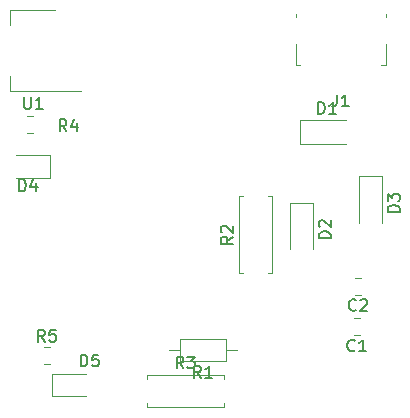
<source format=gbr>
G04 #@! TF.GenerationSoftware,KiCad,Pcbnew,(5.1.5)-3*
G04 #@! TF.CreationDate,2020-03-07T17:44:20+00:00*
G04 #@! TF.ProjectId,DigiSpark v3,44696769-5370-4617-926b-2076332e6b69,rev?*
G04 #@! TF.SameCoordinates,PX291b638PY79240f8*
G04 #@! TF.FileFunction,Legend,Top*
G04 #@! TF.FilePolarity,Positive*
%FSLAX46Y46*%
G04 Gerber Fmt 4.6, Leading zero omitted, Abs format (unit mm)*
G04 Created by KiCad (PCBNEW (5.1.5)-3) date 2020-03-07 17:44:20*
%MOMM*%
%LPD*%
G04 APERTURE LIST*
%ADD10C,0.120000*%
%ADD11C,0.150000*%
G04 APERTURE END LIST*
D10*
X42621200Y38210800D02*
X42621200Y37950800D01*
X42621200Y35670800D02*
X42621200Y33900800D01*
X42621200Y33900800D02*
X42241200Y33900800D01*
X35001200Y33900800D02*
X35001200Y35670800D01*
X35001200Y37950800D02*
X35001200Y38210800D01*
X35001200Y33900800D02*
X35381200Y33900800D01*
X40418652Y12419400D02*
X39896148Y12419400D01*
X40418652Y10999400D02*
X39896148Y10999400D01*
X40520252Y14428400D02*
X39997748Y14428400D01*
X40520252Y15848400D02*
X39997748Y15848400D01*
X35367400Y29168600D02*
X35367400Y27168600D01*
X35367400Y27168600D02*
X39267400Y27168600D01*
X35367400Y29168600D02*
X39267400Y29168600D01*
X36483800Y22189000D02*
X34483800Y22189000D01*
X34483800Y22189000D02*
X34483800Y18289000D01*
X36483800Y22189000D02*
X36483800Y18289000D01*
X42325800Y24424200D02*
X42325800Y20524200D01*
X40325800Y24424200D02*
X40325800Y20524200D01*
X42325800Y24424200D02*
X40325800Y24424200D01*
X11319000Y24313000D02*
X14179000Y24313000D01*
X14179000Y24313000D02*
X14179000Y26233000D01*
X14179000Y26233000D02*
X11319000Y26233000D01*
X14370600Y5796400D02*
X17230600Y5796400D01*
X14370600Y7716400D02*
X14370600Y5796400D01*
X17230600Y7716400D02*
X14370600Y7716400D01*
X29047200Y8833600D02*
X29047200Y10673600D01*
X29047200Y10673600D02*
X25207200Y10673600D01*
X25207200Y10673600D02*
X25207200Y8833600D01*
X25207200Y8833600D02*
X29047200Y8833600D01*
X29997200Y9753600D02*
X29047200Y9753600D01*
X24257200Y9753600D02*
X25207200Y9753600D01*
X30532200Y16211800D02*
X30202200Y16211800D01*
X30202200Y16211800D02*
X30202200Y22751800D01*
X30202200Y22751800D02*
X30532200Y22751800D01*
X32612200Y16211800D02*
X32942200Y16211800D01*
X32942200Y16211800D02*
X32942200Y22751800D01*
X32942200Y22751800D02*
X32612200Y22751800D01*
X28924000Y4878400D02*
X28924000Y5208400D01*
X22384000Y4878400D02*
X28924000Y4878400D01*
X22384000Y5208400D02*
X22384000Y4878400D01*
X28924000Y7618400D02*
X28924000Y7288400D01*
X22384000Y7618400D02*
X28924000Y7618400D01*
X22384000Y7288400D02*
X22384000Y7618400D01*
X12235548Y29539000D02*
X12758052Y29539000D01*
X12235548Y28119000D02*
X12758052Y28119000D01*
X13657948Y8535600D02*
X14180452Y8535600D01*
X13657948Y9955600D02*
X14180452Y9955600D01*
X10840800Y38512800D02*
X10840800Y37252800D01*
X10840800Y31692800D02*
X10840800Y32952800D01*
X14600800Y38512800D02*
X10840800Y38512800D01*
X16850800Y31692800D02*
X10840800Y31692800D01*
D11*
X38477866Y31358420D02*
X38477866Y30644134D01*
X38430247Y30501277D01*
X38335009Y30406039D01*
X38192152Y30358420D01*
X38096914Y30358420D01*
X39477866Y30358420D02*
X38906438Y30358420D01*
X39192152Y30358420D02*
X39192152Y31358420D01*
X39096914Y31215562D01*
X39001676Y31120324D01*
X38906438Y31072705D01*
X39990733Y9702258D02*
X39943114Y9654639D01*
X39800257Y9607020D01*
X39705019Y9607020D01*
X39562161Y9654639D01*
X39466923Y9749877D01*
X39419304Y9845115D01*
X39371685Y10035591D01*
X39371685Y10178448D01*
X39419304Y10368924D01*
X39466923Y10464162D01*
X39562161Y10559400D01*
X39705019Y10607020D01*
X39800257Y10607020D01*
X39943114Y10559400D01*
X39990733Y10511781D01*
X40943114Y9607020D02*
X40371685Y9607020D01*
X40657400Y9607020D02*
X40657400Y10607020D01*
X40562161Y10464162D01*
X40466923Y10368924D01*
X40371685Y10321305D01*
X40092333Y13131258D02*
X40044714Y13083639D01*
X39901857Y13036020D01*
X39806619Y13036020D01*
X39663761Y13083639D01*
X39568523Y13178877D01*
X39520904Y13274115D01*
X39473285Y13464591D01*
X39473285Y13607448D01*
X39520904Y13797924D01*
X39568523Y13893162D01*
X39663761Y13988400D01*
X39806619Y14036020D01*
X39901857Y14036020D01*
X40044714Y13988400D01*
X40092333Y13940781D01*
X40473285Y13940781D02*
X40520904Y13988400D01*
X40616142Y14036020D01*
X40854238Y14036020D01*
X40949476Y13988400D01*
X40997095Y13940781D01*
X41044714Y13845543D01*
X41044714Y13750305D01*
X40997095Y13607448D01*
X40425666Y13036020D01*
X41044714Y13036020D01*
X36879304Y29716220D02*
X36879304Y30716220D01*
X37117400Y30716220D01*
X37260257Y30668600D01*
X37355495Y30573362D01*
X37403114Y30478124D01*
X37450733Y30287648D01*
X37450733Y30144791D01*
X37403114Y29954315D01*
X37355495Y29859077D01*
X37260257Y29763839D01*
X37117400Y29716220D01*
X36879304Y29716220D01*
X38403114Y29716220D02*
X37831685Y29716220D01*
X38117400Y29716220D02*
X38117400Y30716220D01*
X38022161Y30573362D01*
X37926923Y30478124D01*
X37831685Y30430505D01*
X37936180Y19200905D02*
X36936180Y19200905D01*
X36936180Y19439000D01*
X36983800Y19581858D01*
X37079038Y19677096D01*
X37174276Y19724715D01*
X37364752Y19772334D01*
X37507609Y19772334D01*
X37698085Y19724715D01*
X37793323Y19677096D01*
X37888561Y19581858D01*
X37936180Y19439000D01*
X37936180Y19200905D01*
X37031419Y20153286D02*
X36983800Y20200905D01*
X36936180Y20296143D01*
X36936180Y20534239D01*
X36983800Y20629477D01*
X37031419Y20677096D01*
X37126657Y20724715D01*
X37221895Y20724715D01*
X37364752Y20677096D01*
X37936180Y20105667D01*
X37936180Y20724715D01*
X43778180Y21436105D02*
X42778180Y21436105D01*
X42778180Y21674200D01*
X42825800Y21817058D01*
X42921038Y21912296D01*
X43016276Y21959915D01*
X43206752Y22007534D01*
X43349609Y22007534D01*
X43540085Y21959915D01*
X43635323Y21912296D01*
X43730561Y21817058D01*
X43778180Y21674200D01*
X43778180Y21436105D01*
X42778180Y22340867D02*
X42778180Y22959915D01*
X43159133Y22626581D01*
X43159133Y22769439D01*
X43206752Y22864677D01*
X43254371Y22912296D01*
X43349609Y22959915D01*
X43587704Y22959915D01*
X43682942Y22912296D01*
X43730561Y22864677D01*
X43778180Y22769439D01*
X43778180Y22483724D01*
X43730561Y22388486D01*
X43682942Y22340867D01*
X11580904Y23170620D02*
X11580904Y24170620D01*
X11819000Y24170620D01*
X11961857Y24123000D01*
X12057095Y24027762D01*
X12104714Y23932524D01*
X12152333Y23742048D01*
X12152333Y23599191D01*
X12104714Y23408715D01*
X12057095Y23313477D01*
X11961857Y23218239D01*
X11819000Y23170620D01*
X11580904Y23170620D01*
X13009476Y23837286D02*
X13009476Y23170620D01*
X12771380Y24218239D02*
X12533285Y23503953D01*
X13152333Y23503953D01*
X16787904Y8336020D02*
X16787904Y9336020D01*
X17026000Y9336020D01*
X17168857Y9288400D01*
X17264095Y9193162D01*
X17311714Y9097924D01*
X17359333Y8907448D01*
X17359333Y8764591D01*
X17311714Y8574115D01*
X17264095Y8478877D01*
X17168857Y8383639D01*
X17026000Y8336020D01*
X16787904Y8336020D01*
X18264095Y9336020D02*
X17787904Y9336020D01*
X17740285Y8859829D01*
X17787904Y8907448D01*
X17883142Y8955067D01*
X18121238Y8955067D01*
X18216476Y8907448D01*
X18264095Y8859829D01*
X18311714Y8764591D01*
X18311714Y8526496D01*
X18264095Y8431258D01*
X18216476Y8383639D01*
X18121238Y8336020D01*
X17883142Y8336020D01*
X17787904Y8383639D01*
X17740285Y8431258D01*
X26960533Y7381220D02*
X26627200Y7857410D01*
X26389104Y7381220D02*
X26389104Y8381220D01*
X26770057Y8381220D01*
X26865295Y8333600D01*
X26912914Y8285981D01*
X26960533Y8190743D01*
X26960533Y8047886D01*
X26912914Y7952648D01*
X26865295Y7905029D01*
X26770057Y7857410D01*
X26389104Y7857410D01*
X27912914Y7381220D02*
X27341485Y7381220D01*
X27627200Y7381220D02*
X27627200Y8381220D01*
X27531961Y8238362D01*
X27436723Y8143124D01*
X27341485Y8095505D01*
X29654580Y19315134D02*
X29178390Y18981800D01*
X29654580Y18743705D02*
X28654580Y18743705D01*
X28654580Y19124658D01*
X28702200Y19219896D01*
X28749819Y19267515D01*
X28845057Y19315134D01*
X28987914Y19315134D01*
X29083152Y19267515D01*
X29130771Y19219896D01*
X29178390Y19124658D01*
X29178390Y18743705D01*
X28749819Y19696086D02*
X28702200Y19743705D01*
X28654580Y19838943D01*
X28654580Y20077039D01*
X28702200Y20172277D01*
X28749819Y20219896D01*
X28845057Y20267515D01*
X28940295Y20267515D01*
X29083152Y20219896D01*
X29654580Y19648467D01*
X29654580Y20267515D01*
X25487333Y8166020D02*
X25154000Y8642210D01*
X24915904Y8166020D02*
X24915904Y9166020D01*
X25296857Y9166020D01*
X25392095Y9118400D01*
X25439714Y9070781D01*
X25487333Y8975543D01*
X25487333Y8832686D01*
X25439714Y8737448D01*
X25392095Y8689829D01*
X25296857Y8642210D01*
X24915904Y8642210D01*
X25820666Y9166020D02*
X26439714Y9166020D01*
X26106380Y8785067D01*
X26249238Y8785067D01*
X26344476Y8737448D01*
X26392095Y8689829D01*
X26439714Y8594591D01*
X26439714Y8356496D01*
X26392095Y8261258D01*
X26344476Y8213639D01*
X26249238Y8166020D01*
X25963523Y8166020D01*
X25868285Y8213639D01*
X25820666Y8261258D01*
X15581333Y28249620D02*
X15248000Y28725810D01*
X15009904Y28249620D02*
X15009904Y29249620D01*
X15390857Y29249620D01*
X15486095Y29202000D01*
X15533714Y29154381D01*
X15581333Y29059143D01*
X15581333Y28916286D01*
X15533714Y28821048D01*
X15486095Y28773429D01*
X15390857Y28725810D01*
X15009904Y28725810D01*
X16438476Y28916286D02*
X16438476Y28249620D01*
X16200380Y29297239D02*
X15962285Y28582953D01*
X16581333Y28582953D01*
X13752533Y10443220D02*
X13419200Y10919410D01*
X13181104Y10443220D02*
X13181104Y11443220D01*
X13562057Y11443220D01*
X13657295Y11395600D01*
X13704914Y11347981D01*
X13752533Y11252743D01*
X13752533Y11109886D01*
X13704914Y11014648D01*
X13657295Y10967029D01*
X13562057Y10919410D01*
X13181104Y10919410D01*
X14657295Y11443220D02*
X14181104Y11443220D01*
X14133485Y10967029D01*
X14181104Y11014648D01*
X14276342Y11062267D01*
X14514438Y11062267D01*
X14609676Y11014648D01*
X14657295Y10967029D01*
X14704914Y10871791D01*
X14704914Y10633696D01*
X14657295Y10538458D01*
X14609676Y10490839D01*
X14514438Y10443220D01*
X14276342Y10443220D01*
X14181104Y10490839D01*
X14133485Y10538458D01*
X11988895Y31150420D02*
X11988895Y30340896D01*
X12036514Y30245658D01*
X12084133Y30198039D01*
X12179371Y30150420D01*
X12369847Y30150420D01*
X12465085Y30198039D01*
X12512704Y30245658D01*
X12560323Y30340896D01*
X12560323Y31150420D01*
X13560323Y30150420D02*
X12988895Y30150420D01*
X13274609Y30150420D02*
X13274609Y31150420D01*
X13179371Y31007562D01*
X13084133Y30912324D01*
X12988895Y30864705D01*
M02*

</source>
